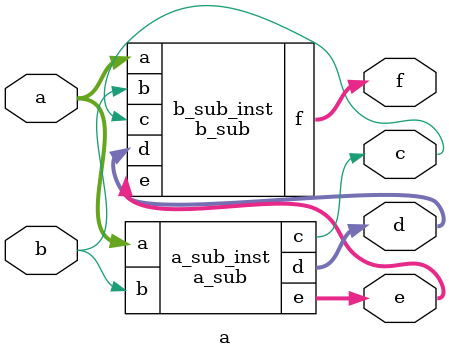
<source format=v>
module buffer(Z, A );
output Z;
input  A;

endmodule


module a_sub (a, b, c, d, e);
input [3:0] a;
input b;
output c;
output [2:0] d;
output [1:0] e;

endmodule


module b_sub (a, b, c, d, e, f);
input [3:0] a;
input b;
input c;
input [2:0] d;
input [1:0] e;
output [1:0] f;

endmodule


module a (a, b, c, d, e, f);
input [3:0] a;
input b;
output c;
output [2:0] d;
output [1:0] e;
output [1:0] f;
wire [2:0] d;
wire [1:0] e;


 a_sub a_sub_inst ( .a(a), .b(b), .c(c), .d(d), .e(e));
 b_sub b_sub_inst ( .a(a), .b(b), .c(c), .d(d), .e(e), .f(f));

endmodule




</source>
